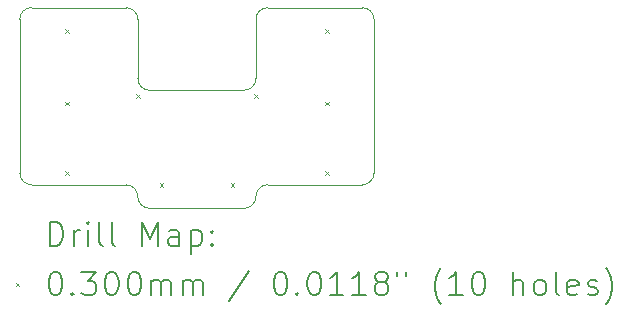
<source format=gbr>
%TF.GenerationSoftware,KiCad,Pcbnew,8.0.0*%
%TF.CreationDate,2024-03-03T15:21:29+01:00*%
%TF.ProjectId,EuroTap,4575726f-5461-4702-9e6b-696361645f70,0v02*%
%TF.SameCoordinates,Original*%
%TF.FileFunction,Drillmap*%
%TF.FilePolarity,Positive*%
%FSLAX45Y45*%
G04 Gerber Fmt 4.5, Leading zero omitted, Abs format (unit mm)*
G04 Created by KiCad (PCBNEW 8.0.0) date 2024-03-03 15:21:29*
%MOMM*%
%LPD*%
G01*
G04 APERTURE LIST*
%ADD10C,0.100000*%
%ADD11C,0.200000*%
G04 APERTURE END LIST*
D10*
X13000000Y-10600000D02*
X13000000Y-10100000D01*
X14000000Y-10600000D02*
X14000000Y-10100000D01*
X14000000Y-10600000D02*
G75*
G02*
X13900000Y-10700000I-100000J0D01*
G01*
X14000000Y-10100000D02*
G75*
G02*
X14100000Y-10000000I100000J0D01*
G01*
X13100000Y-10700000D02*
X13900000Y-10700000D01*
X12900000Y-10000000D02*
X12100000Y-10000000D01*
X15000000Y-11400000D02*
G75*
G02*
X14900000Y-11500000I-100000J0D01*
G01*
X14100000Y-11500000D02*
X14900000Y-11500000D01*
X14900000Y-10000000D02*
X14100000Y-10000000D01*
X12900000Y-10000000D02*
G75*
G02*
X13000000Y-10100000I0J-100000D01*
G01*
X12900000Y-11500000D02*
G75*
G02*
X13000000Y-11600000I0J-100000D01*
G01*
X13900000Y-11700000D02*
X13100000Y-11700000D01*
X12000000Y-10100000D02*
G75*
G02*
X12100000Y-10000000I100000J0D01*
G01*
X12000000Y-11400000D02*
X12000000Y-10100000D01*
X12100000Y-11500000D02*
G75*
G02*
X12000000Y-11400000I0J100000D01*
G01*
X15000000Y-10100000D02*
X15000000Y-11400000D01*
X14000000Y-11600000D02*
G75*
G02*
X13900000Y-11700000I-100000J0D01*
G01*
X14000000Y-11600000D02*
G75*
G02*
X14100000Y-11500000I100000J0D01*
G01*
X13100000Y-10700000D02*
G75*
G02*
X13000000Y-10600000I0J100000D01*
G01*
X12900000Y-11500000D02*
X12100000Y-11500000D01*
X14900000Y-10000000D02*
G75*
G02*
X15000000Y-10100000I0J-100000D01*
G01*
X13100000Y-11700000D02*
G75*
G02*
X13000000Y-11600000I0J100000D01*
G01*
D11*
D10*
X12385000Y-10185000D02*
X12415000Y-10215000D01*
X12415000Y-10185000D02*
X12385000Y-10215000D01*
X12385000Y-10796000D02*
X12415000Y-10826000D01*
X12415000Y-10796000D02*
X12385000Y-10826000D01*
X12385000Y-11385000D02*
X12415000Y-11415000D01*
X12415000Y-11385000D02*
X12385000Y-11415000D01*
X12985000Y-10735000D02*
X13015000Y-10765000D01*
X13015000Y-10735000D02*
X12985000Y-10765000D01*
X13185000Y-11485000D02*
X13215000Y-11515000D01*
X13215000Y-11485000D02*
X13185000Y-11515000D01*
X13785000Y-11485000D02*
X13815000Y-11515000D01*
X13815000Y-11485000D02*
X13785000Y-11515000D01*
X13985000Y-10735000D02*
X14015000Y-10765000D01*
X14015000Y-10735000D02*
X13985000Y-10765000D01*
X14585000Y-10185000D02*
X14615000Y-10215000D01*
X14615000Y-10185000D02*
X14585000Y-10215000D01*
X14585000Y-10796000D02*
X14615000Y-10826000D01*
X14615000Y-10796000D02*
X14585000Y-10826000D01*
X14585000Y-11385000D02*
X14615000Y-11415000D01*
X14615000Y-11385000D02*
X14585000Y-11415000D01*
D11*
X12255777Y-12016484D02*
X12255777Y-11816484D01*
X12255777Y-11816484D02*
X12303396Y-11816484D01*
X12303396Y-11816484D02*
X12331967Y-11826008D01*
X12331967Y-11826008D02*
X12351015Y-11845055D01*
X12351015Y-11845055D02*
X12360539Y-11864103D01*
X12360539Y-11864103D02*
X12370062Y-11902198D01*
X12370062Y-11902198D02*
X12370062Y-11930769D01*
X12370062Y-11930769D02*
X12360539Y-11968865D01*
X12360539Y-11968865D02*
X12351015Y-11987912D01*
X12351015Y-11987912D02*
X12331967Y-12006960D01*
X12331967Y-12006960D02*
X12303396Y-12016484D01*
X12303396Y-12016484D02*
X12255777Y-12016484D01*
X12455777Y-12016484D02*
X12455777Y-11883150D01*
X12455777Y-11921246D02*
X12465301Y-11902198D01*
X12465301Y-11902198D02*
X12474824Y-11892674D01*
X12474824Y-11892674D02*
X12493872Y-11883150D01*
X12493872Y-11883150D02*
X12512920Y-11883150D01*
X12579586Y-12016484D02*
X12579586Y-11883150D01*
X12579586Y-11816484D02*
X12570062Y-11826008D01*
X12570062Y-11826008D02*
X12579586Y-11835531D01*
X12579586Y-11835531D02*
X12589110Y-11826008D01*
X12589110Y-11826008D02*
X12579586Y-11816484D01*
X12579586Y-11816484D02*
X12579586Y-11835531D01*
X12703396Y-12016484D02*
X12684348Y-12006960D01*
X12684348Y-12006960D02*
X12674824Y-11987912D01*
X12674824Y-11987912D02*
X12674824Y-11816484D01*
X12808158Y-12016484D02*
X12789110Y-12006960D01*
X12789110Y-12006960D02*
X12779586Y-11987912D01*
X12779586Y-11987912D02*
X12779586Y-11816484D01*
X13036729Y-12016484D02*
X13036729Y-11816484D01*
X13036729Y-11816484D02*
X13103396Y-11959341D01*
X13103396Y-11959341D02*
X13170062Y-11816484D01*
X13170062Y-11816484D02*
X13170062Y-12016484D01*
X13351015Y-12016484D02*
X13351015Y-11911722D01*
X13351015Y-11911722D02*
X13341491Y-11892674D01*
X13341491Y-11892674D02*
X13322443Y-11883150D01*
X13322443Y-11883150D02*
X13284348Y-11883150D01*
X13284348Y-11883150D02*
X13265301Y-11892674D01*
X13351015Y-12006960D02*
X13331967Y-12016484D01*
X13331967Y-12016484D02*
X13284348Y-12016484D01*
X13284348Y-12016484D02*
X13265301Y-12006960D01*
X13265301Y-12006960D02*
X13255777Y-11987912D01*
X13255777Y-11987912D02*
X13255777Y-11968865D01*
X13255777Y-11968865D02*
X13265301Y-11949817D01*
X13265301Y-11949817D02*
X13284348Y-11940293D01*
X13284348Y-11940293D02*
X13331967Y-11940293D01*
X13331967Y-11940293D02*
X13351015Y-11930769D01*
X13446253Y-11883150D02*
X13446253Y-12083150D01*
X13446253Y-11892674D02*
X13465301Y-11883150D01*
X13465301Y-11883150D02*
X13503396Y-11883150D01*
X13503396Y-11883150D02*
X13522443Y-11892674D01*
X13522443Y-11892674D02*
X13531967Y-11902198D01*
X13531967Y-11902198D02*
X13541491Y-11921246D01*
X13541491Y-11921246D02*
X13541491Y-11978388D01*
X13541491Y-11978388D02*
X13531967Y-11997436D01*
X13531967Y-11997436D02*
X13522443Y-12006960D01*
X13522443Y-12006960D02*
X13503396Y-12016484D01*
X13503396Y-12016484D02*
X13465301Y-12016484D01*
X13465301Y-12016484D02*
X13446253Y-12006960D01*
X13627205Y-11997436D02*
X13636729Y-12006960D01*
X13636729Y-12006960D02*
X13627205Y-12016484D01*
X13627205Y-12016484D02*
X13617682Y-12006960D01*
X13617682Y-12006960D02*
X13627205Y-11997436D01*
X13627205Y-11997436D02*
X13627205Y-12016484D01*
X13627205Y-11892674D02*
X13636729Y-11902198D01*
X13636729Y-11902198D02*
X13627205Y-11911722D01*
X13627205Y-11911722D02*
X13617682Y-11902198D01*
X13617682Y-11902198D02*
X13627205Y-11892674D01*
X13627205Y-11892674D02*
X13627205Y-11911722D01*
D10*
X11965000Y-12330000D02*
X11995000Y-12360000D01*
X11995000Y-12330000D02*
X11965000Y-12360000D01*
D11*
X12293872Y-12236484D02*
X12312920Y-12236484D01*
X12312920Y-12236484D02*
X12331967Y-12246008D01*
X12331967Y-12246008D02*
X12341491Y-12255531D01*
X12341491Y-12255531D02*
X12351015Y-12274579D01*
X12351015Y-12274579D02*
X12360539Y-12312674D01*
X12360539Y-12312674D02*
X12360539Y-12360293D01*
X12360539Y-12360293D02*
X12351015Y-12398388D01*
X12351015Y-12398388D02*
X12341491Y-12417436D01*
X12341491Y-12417436D02*
X12331967Y-12426960D01*
X12331967Y-12426960D02*
X12312920Y-12436484D01*
X12312920Y-12436484D02*
X12293872Y-12436484D01*
X12293872Y-12436484D02*
X12274824Y-12426960D01*
X12274824Y-12426960D02*
X12265301Y-12417436D01*
X12265301Y-12417436D02*
X12255777Y-12398388D01*
X12255777Y-12398388D02*
X12246253Y-12360293D01*
X12246253Y-12360293D02*
X12246253Y-12312674D01*
X12246253Y-12312674D02*
X12255777Y-12274579D01*
X12255777Y-12274579D02*
X12265301Y-12255531D01*
X12265301Y-12255531D02*
X12274824Y-12246008D01*
X12274824Y-12246008D02*
X12293872Y-12236484D01*
X12446253Y-12417436D02*
X12455777Y-12426960D01*
X12455777Y-12426960D02*
X12446253Y-12436484D01*
X12446253Y-12436484D02*
X12436729Y-12426960D01*
X12436729Y-12426960D02*
X12446253Y-12417436D01*
X12446253Y-12417436D02*
X12446253Y-12436484D01*
X12522443Y-12236484D02*
X12646253Y-12236484D01*
X12646253Y-12236484D02*
X12579586Y-12312674D01*
X12579586Y-12312674D02*
X12608158Y-12312674D01*
X12608158Y-12312674D02*
X12627205Y-12322198D01*
X12627205Y-12322198D02*
X12636729Y-12331722D01*
X12636729Y-12331722D02*
X12646253Y-12350769D01*
X12646253Y-12350769D02*
X12646253Y-12398388D01*
X12646253Y-12398388D02*
X12636729Y-12417436D01*
X12636729Y-12417436D02*
X12627205Y-12426960D01*
X12627205Y-12426960D02*
X12608158Y-12436484D01*
X12608158Y-12436484D02*
X12551015Y-12436484D01*
X12551015Y-12436484D02*
X12531967Y-12426960D01*
X12531967Y-12426960D02*
X12522443Y-12417436D01*
X12770062Y-12236484D02*
X12789110Y-12236484D01*
X12789110Y-12236484D02*
X12808158Y-12246008D01*
X12808158Y-12246008D02*
X12817682Y-12255531D01*
X12817682Y-12255531D02*
X12827205Y-12274579D01*
X12827205Y-12274579D02*
X12836729Y-12312674D01*
X12836729Y-12312674D02*
X12836729Y-12360293D01*
X12836729Y-12360293D02*
X12827205Y-12398388D01*
X12827205Y-12398388D02*
X12817682Y-12417436D01*
X12817682Y-12417436D02*
X12808158Y-12426960D01*
X12808158Y-12426960D02*
X12789110Y-12436484D01*
X12789110Y-12436484D02*
X12770062Y-12436484D01*
X12770062Y-12436484D02*
X12751015Y-12426960D01*
X12751015Y-12426960D02*
X12741491Y-12417436D01*
X12741491Y-12417436D02*
X12731967Y-12398388D01*
X12731967Y-12398388D02*
X12722443Y-12360293D01*
X12722443Y-12360293D02*
X12722443Y-12312674D01*
X12722443Y-12312674D02*
X12731967Y-12274579D01*
X12731967Y-12274579D02*
X12741491Y-12255531D01*
X12741491Y-12255531D02*
X12751015Y-12246008D01*
X12751015Y-12246008D02*
X12770062Y-12236484D01*
X12960539Y-12236484D02*
X12979586Y-12236484D01*
X12979586Y-12236484D02*
X12998634Y-12246008D01*
X12998634Y-12246008D02*
X13008158Y-12255531D01*
X13008158Y-12255531D02*
X13017682Y-12274579D01*
X13017682Y-12274579D02*
X13027205Y-12312674D01*
X13027205Y-12312674D02*
X13027205Y-12360293D01*
X13027205Y-12360293D02*
X13017682Y-12398388D01*
X13017682Y-12398388D02*
X13008158Y-12417436D01*
X13008158Y-12417436D02*
X12998634Y-12426960D01*
X12998634Y-12426960D02*
X12979586Y-12436484D01*
X12979586Y-12436484D02*
X12960539Y-12436484D01*
X12960539Y-12436484D02*
X12941491Y-12426960D01*
X12941491Y-12426960D02*
X12931967Y-12417436D01*
X12931967Y-12417436D02*
X12922443Y-12398388D01*
X12922443Y-12398388D02*
X12912920Y-12360293D01*
X12912920Y-12360293D02*
X12912920Y-12312674D01*
X12912920Y-12312674D02*
X12922443Y-12274579D01*
X12922443Y-12274579D02*
X12931967Y-12255531D01*
X12931967Y-12255531D02*
X12941491Y-12246008D01*
X12941491Y-12246008D02*
X12960539Y-12236484D01*
X13112920Y-12436484D02*
X13112920Y-12303150D01*
X13112920Y-12322198D02*
X13122443Y-12312674D01*
X13122443Y-12312674D02*
X13141491Y-12303150D01*
X13141491Y-12303150D02*
X13170063Y-12303150D01*
X13170063Y-12303150D02*
X13189110Y-12312674D01*
X13189110Y-12312674D02*
X13198634Y-12331722D01*
X13198634Y-12331722D02*
X13198634Y-12436484D01*
X13198634Y-12331722D02*
X13208158Y-12312674D01*
X13208158Y-12312674D02*
X13227205Y-12303150D01*
X13227205Y-12303150D02*
X13255777Y-12303150D01*
X13255777Y-12303150D02*
X13274824Y-12312674D01*
X13274824Y-12312674D02*
X13284348Y-12331722D01*
X13284348Y-12331722D02*
X13284348Y-12436484D01*
X13379586Y-12436484D02*
X13379586Y-12303150D01*
X13379586Y-12322198D02*
X13389110Y-12312674D01*
X13389110Y-12312674D02*
X13408158Y-12303150D01*
X13408158Y-12303150D02*
X13436729Y-12303150D01*
X13436729Y-12303150D02*
X13455777Y-12312674D01*
X13455777Y-12312674D02*
X13465301Y-12331722D01*
X13465301Y-12331722D02*
X13465301Y-12436484D01*
X13465301Y-12331722D02*
X13474824Y-12312674D01*
X13474824Y-12312674D02*
X13493872Y-12303150D01*
X13493872Y-12303150D02*
X13522443Y-12303150D01*
X13522443Y-12303150D02*
X13541491Y-12312674D01*
X13541491Y-12312674D02*
X13551015Y-12331722D01*
X13551015Y-12331722D02*
X13551015Y-12436484D01*
X13941491Y-12226960D02*
X13770063Y-12484103D01*
X14198634Y-12236484D02*
X14217682Y-12236484D01*
X14217682Y-12236484D02*
X14236729Y-12246008D01*
X14236729Y-12246008D02*
X14246253Y-12255531D01*
X14246253Y-12255531D02*
X14255777Y-12274579D01*
X14255777Y-12274579D02*
X14265301Y-12312674D01*
X14265301Y-12312674D02*
X14265301Y-12360293D01*
X14265301Y-12360293D02*
X14255777Y-12398388D01*
X14255777Y-12398388D02*
X14246253Y-12417436D01*
X14246253Y-12417436D02*
X14236729Y-12426960D01*
X14236729Y-12426960D02*
X14217682Y-12436484D01*
X14217682Y-12436484D02*
X14198634Y-12436484D01*
X14198634Y-12436484D02*
X14179586Y-12426960D01*
X14179586Y-12426960D02*
X14170063Y-12417436D01*
X14170063Y-12417436D02*
X14160539Y-12398388D01*
X14160539Y-12398388D02*
X14151015Y-12360293D01*
X14151015Y-12360293D02*
X14151015Y-12312674D01*
X14151015Y-12312674D02*
X14160539Y-12274579D01*
X14160539Y-12274579D02*
X14170063Y-12255531D01*
X14170063Y-12255531D02*
X14179586Y-12246008D01*
X14179586Y-12246008D02*
X14198634Y-12236484D01*
X14351015Y-12417436D02*
X14360539Y-12426960D01*
X14360539Y-12426960D02*
X14351015Y-12436484D01*
X14351015Y-12436484D02*
X14341491Y-12426960D01*
X14341491Y-12426960D02*
X14351015Y-12417436D01*
X14351015Y-12417436D02*
X14351015Y-12436484D01*
X14484348Y-12236484D02*
X14503396Y-12236484D01*
X14503396Y-12236484D02*
X14522444Y-12246008D01*
X14522444Y-12246008D02*
X14531967Y-12255531D01*
X14531967Y-12255531D02*
X14541491Y-12274579D01*
X14541491Y-12274579D02*
X14551015Y-12312674D01*
X14551015Y-12312674D02*
X14551015Y-12360293D01*
X14551015Y-12360293D02*
X14541491Y-12398388D01*
X14541491Y-12398388D02*
X14531967Y-12417436D01*
X14531967Y-12417436D02*
X14522444Y-12426960D01*
X14522444Y-12426960D02*
X14503396Y-12436484D01*
X14503396Y-12436484D02*
X14484348Y-12436484D01*
X14484348Y-12436484D02*
X14465301Y-12426960D01*
X14465301Y-12426960D02*
X14455777Y-12417436D01*
X14455777Y-12417436D02*
X14446253Y-12398388D01*
X14446253Y-12398388D02*
X14436729Y-12360293D01*
X14436729Y-12360293D02*
X14436729Y-12312674D01*
X14436729Y-12312674D02*
X14446253Y-12274579D01*
X14446253Y-12274579D02*
X14455777Y-12255531D01*
X14455777Y-12255531D02*
X14465301Y-12246008D01*
X14465301Y-12246008D02*
X14484348Y-12236484D01*
X14741491Y-12436484D02*
X14627206Y-12436484D01*
X14684348Y-12436484D02*
X14684348Y-12236484D01*
X14684348Y-12236484D02*
X14665301Y-12265055D01*
X14665301Y-12265055D02*
X14646253Y-12284103D01*
X14646253Y-12284103D02*
X14627206Y-12293627D01*
X14931967Y-12436484D02*
X14817682Y-12436484D01*
X14874825Y-12436484D02*
X14874825Y-12236484D01*
X14874825Y-12236484D02*
X14855777Y-12265055D01*
X14855777Y-12265055D02*
X14836729Y-12284103D01*
X14836729Y-12284103D02*
X14817682Y-12293627D01*
X15046253Y-12322198D02*
X15027206Y-12312674D01*
X15027206Y-12312674D02*
X15017682Y-12303150D01*
X15017682Y-12303150D02*
X15008158Y-12284103D01*
X15008158Y-12284103D02*
X15008158Y-12274579D01*
X15008158Y-12274579D02*
X15017682Y-12255531D01*
X15017682Y-12255531D02*
X15027206Y-12246008D01*
X15027206Y-12246008D02*
X15046253Y-12236484D01*
X15046253Y-12236484D02*
X15084348Y-12236484D01*
X15084348Y-12236484D02*
X15103396Y-12246008D01*
X15103396Y-12246008D02*
X15112920Y-12255531D01*
X15112920Y-12255531D02*
X15122444Y-12274579D01*
X15122444Y-12274579D02*
X15122444Y-12284103D01*
X15122444Y-12284103D02*
X15112920Y-12303150D01*
X15112920Y-12303150D02*
X15103396Y-12312674D01*
X15103396Y-12312674D02*
X15084348Y-12322198D01*
X15084348Y-12322198D02*
X15046253Y-12322198D01*
X15046253Y-12322198D02*
X15027206Y-12331722D01*
X15027206Y-12331722D02*
X15017682Y-12341246D01*
X15017682Y-12341246D02*
X15008158Y-12360293D01*
X15008158Y-12360293D02*
X15008158Y-12398388D01*
X15008158Y-12398388D02*
X15017682Y-12417436D01*
X15017682Y-12417436D02*
X15027206Y-12426960D01*
X15027206Y-12426960D02*
X15046253Y-12436484D01*
X15046253Y-12436484D02*
X15084348Y-12436484D01*
X15084348Y-12436484D02*
X15103396Y-12426960D01*
X15103396Y-12426960D02*
X15112920Y-12417436D01*
X15112920Y-12417436D02*
X15122444Y-12398388D01*
X15122444Y-12398388D02*
X15122444Y-12360293D01*
X15122444Y-12360293D02*
X15112920Y-12341246D01*
X15112920Y-12341246D02*
X15103396Y-12331722D01*
X15103396Y-12331722D02*
X15084348Y-12322198D01*
X15198634Y-12236484D02*
X15198634Y-12274579D01*
X15274825Y-12236484D02*
X15274825Y-12274579D01*
X15570063Y-12512674D02*
X15560539Y-12503150D01*
X15560539Y-12503150D02*
X15541491Y-12474579D01*
X15541491Y-12474579D02*
X15531968Y-12455531D01*
X15531968Y-12455531D02*
X15522444Y-12426960D01*
X15522444Y-12426960D02*
X15512920Y-12379341D01*
X15512920Y-12379341D02*
X15512920Y-12341246D01*
X15512920Y-12341246D02*
X15522444Y-12293627D01*
X15522444Y-12293627D02*
X15531968Y-12265055D01*
X15531968Y-12265055D02*
X15541491Y-12246008D01*
X15541491Y-12246008D02*
X15560539Y-12217436D01*
X15560539Y-12217436D02*
X15570063Y-12207912D01*
X15751015Y-12436484D02*
X15636729Y-12436484D01*
X15693872Y-12436484D02*
X15693872Y-12236484D01*
X15693872Y-12236484D02*
X15674825Y-12265055D01*
X15674825Y-12265055D02*
X15655777Y-12284103D01*
X15655777Y-12284103D02*
X15636729Y-12293627D01*
X15874825Y-12236484D02*
X15893872Y-12236484D01*
X15893872Y-12236484D02*
X15912920Y-12246008D01*
X15912920Y-12246008D02*
X15922444Y-12255531D01*
X15922444Y-12255531D02*
X15931968Y-12274579D01*
X15931968Y-12274579D02*
X15941491Y-12312674D01*
X15941491Y-12312674D02*
X15941491Y-12360293D01*
X15941491Y-12360293D02*
X15931968Y-12398388D01*
X15931968Y-12398388D02*
X15922444Y-12417436D01*
X15922444Y-12417436D02*
X15912920Y-12426960D01*
X15912920Y-12426960D02*
X15893872Y-12436484D01*
X15893872Y-12436484D02*
X15874825Y-12436484D01*
X15874825Y-12436484D02*
X15855777Y-12426960D01*
X15855777Y-12426960D02*
X15846253Y-12417436D01*
X15846253Y-12417436D02*
X15836729Y-12398388D01*
X15836729Y-12398388D02*
X15827206Y-12360293D01*
X15827206Y-12360293D02*
X15827206Y-12312674D01*
X15827206Y-12312674D02*
X15836729Y-12274579D01*
X15836729Y-12274579D02*
X15846253Y-12255531D01*
X15846253Y-12255531D02*
X15855777Y-12246008D01*
X15855777Y-12246008D02*
X15874825Y-12236484D01*
X16179587Y-12436484D02*
X16179587Y-12236484D01*
X16265301Y-12436484D02*
X16265301Y-12331722D01*
X16265301Y-12331722D02*
X16255777Y-12312674D01*
X16255777Y-12312674D02*
X16236730Y-12303150D01*
X16236730Y-12303150D02*
X16208158Y-12303150D01*
X16208158Y-12303150D02*
X16189110Y-12312674D01*
X16189110Y-12312674D02*
X16179587Y-12322198D01*
X16389110Y-12436484D02*
X16370063Y-12426960D01*
X16370063Y-12426960D02*
X16360539Y-12417436D01*
X16360539Y-12417436D02*
X16351015Y-12398388D01*
X16351015Y-12398388D02*
X16351015Y-12341246D01*
X16351015Y-12341246D02*
X16360539Y-12322198D01*
X16360539Y-12322198D02*
X16370063Y-12312674D01*
X16370063Y-12312674D02*
X16389110Y-12303150D01*
X16389110Y-12303150D02*
X16417682Y-12303150D01*
X16417682Y-12303150D02*
X16436730Y-12312674D01*
X16436730Y-12312674D02*
X16446253Y-12322198D01*
X16446253Y-12322198D02*
X16455777Y-12341246D01*
X16455777Y-12341246D02*
X16455777Y-12398388D01*
X16455777Y-12398388D02*
X16446253Y-12417436D01*
X16446253Y-12417436D02*
X16436730Y-12426960D01*
X16436730Y-12426960D02*
X16417682Y-12436484D01*
X16417682Y-12436484D02*
X16389110Y-12436484D01*
X16570063Y-12436484D02*
X16551015Y-12426960D01*
X16551015Y-12426960D02*
X16541491Y-12407912D01*
X16541491Y-12407912D02*
X16541491Y-12236484D01*
X16722444Y-12426960D02*
X16703396Y-12436484D01*
X16703396Y-12436484D02*
X16665301Y-12436484D01*
X16665301Y-12436484D02*
X16646253Y-12426960D01*
X16646253Y-12426960D02*
X16636730Y-12407912D01*
X16636730Y-12407912D02*
X16636730Y-12331722D01*
X16636730Y-12331722D02*
X16646253Y-12312674D01*
X16646253Y-12312674D02*
X16665301Y-12303150D01*
X16665301Y-12303150D02*
X16703396Y-12303150D01*
X16703396Y-12303150D02*
X16722444Y-12312674D01*
X16722444Y-12312674D02*
X16731968Y-12331722D01*
X16731968Y-12331722D02*
X16731968Y-12350769D01*
X16731968Y-12350769D02*
X16636730Y-12369817D01*
X16808158Y-12426960D02*
X16827206Y-12436484D01*
X16827206Y-12436484D02*
X16865301Y-12436484D01*
X16865301Y-12436484D02*
X16884349Y-12426960D01*
X16884349Y-12426960D02*
X16893873Y-12407912D01*
X16893873Y-12407912D02*
X16893873Y-12398388D01*
X16893873Y-12398388D02*
X16884349Y-12379341D01*
X16884349Y-12379341D02*
X16865301Y-12369817D01*
X16865301Y-12369817D02*
X16836730Y-12369817D01*
X16836730Y-12369817D02*
X16817682Y-12360293D01*
X16817682Y-12360293D02*
X16808158Y-12341246D01*
X16808158Y-12341246D02*
X16808158Y-12331722D01*
X16808158Y-12331722D02*
X16817682Y-12312674D01*
X16817682Y-12312674D02*
X16836730Y-12303150D01*
X16836730Y-12303150D02*
X16865301Y-12303150D01*
X16865301Y-12303150D02*
X16884349Y-12312674D01*
X16960539Y-12512674D02*
X16970063Y-12503150D01*
X16970063Y-12503150D02*
X16989111Y-12474579D01*
X16989111Y-12474579D02*
X16998634Y-12455531D01*
X16998634Y-12455531D02*
X17008158Y-12426960D01*
X17008158Y-12426960D02*
X17017682Y-12379341D01*
X17017682Y-12379341D02*
X17017682Y-12341246D01*
X17017682Y-12341246D02*
X17008158Y-12293627D01*
X17008158Y-12293627D02*
X16998634Y-12265055D01*
X16998634Y-12265055D02*
X16989111Y-12246008D01*
X16989111Y-12246008D02*
X16970063Y-12217436D01*
X16970063Y-12217436D02*
X16960539Y-12207912D01*
M02*

</source>
